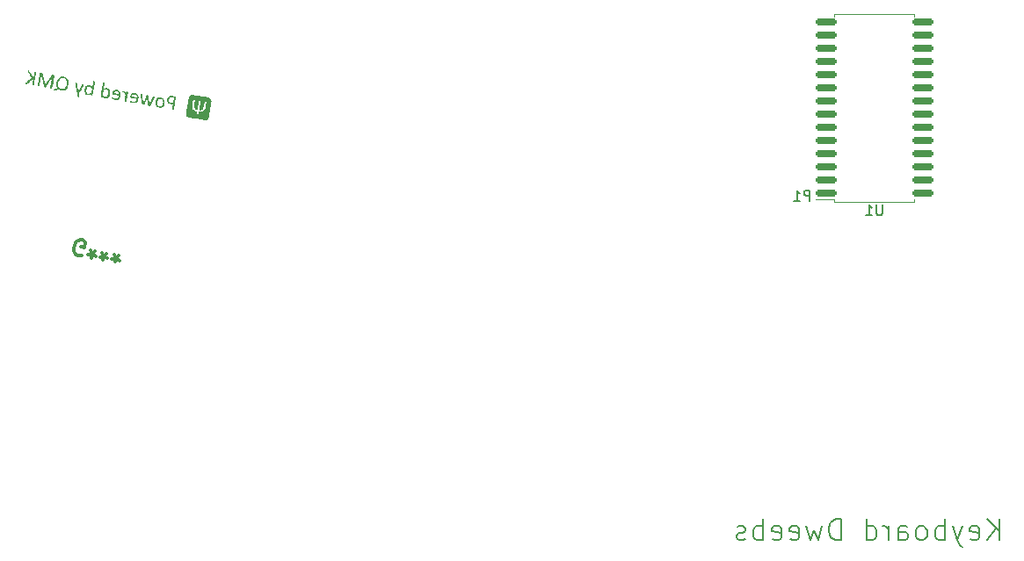
<source format=gbo>
G04 #@! TF.GenerationSoftware,KiCad,Pcbnew,(6.0.4)*
G04 #@! TF.CreationDate,2022-12-01T16:17:54-05:00*
G04 #@! TF.ProjectId,Ostrich,4f737472-6963-4682-9e6b-696361645f70,rev?*
G04 #@! TF.SameCoordinates,Original*
G04 #@! TF.FileFunction,Legend,Bot*
G04 #@! TF.FilePolarity,Positive*
%FSLAX46Y46*%
G04 Gerber Fmt 4.6, Leading zero omitted, Abs format (unit mm)*
G04 Created by KiCad (PCBNEW (6.0.4)) date 2022-12-01 16:17:54*
%MOMM*%
%LPD*%
G01*
G04 APERTURE LIST*
G04 Aperture macros list*
%AMRoundRect*
0 Rectangle with rounded corners*
0 $1 Rounding radius*
0 $2 $3 $4 $5 $6 $7 $8 $9 X,Y pos of 4 corners*
0 Add a 4 corners polygon primitive as box body*
4,1,4,$2,$3,$4,$5,$6,$7,$8,$9,$2,$3,0*
0 Add four circle primitives for the rounded corners*
1,1,$1+$1,$2,$3*
1,1,$1+$1,$4,$5*
1,1,$1+$1,$6,$7*
1,1,$1+$1,$8,$9*
0 Add four rect primitives between the rounded corners*
20,1,$1+$1,$2,$3,$4,$5,0*
20,1,$1+$1,$4,$5,$6,$7,0*
20,1,$1+$1,$6,$7,$8,$9,0*
20,1,$1+$1,$8,$9,$2,$3,0*%
%AMHorizOval*
0 Thick line with rounded ends*
0 $1 width*
0 $2 $3 position (X,Y) of the first rounded end (center of the circle)*
0 $4 $5 position (X,Y) of the second rounded end (center of the circle)*
0 Add line between two ends*
20,1,$1,$2,$3,$4,$5,0*
0 Add two circle primitives to create the rounded ends*
1,1,$1,$2,$3*
1,1,$1,$4,$5*%
%AMRotRect*
0 Rectangle, with rotation*
0 The origin of the aperture is its center*
0 $1 length*
0 $2 width*
0 $3 Rotation angle, in degrees counterclockwise*
0 Add horizontal line*
21,1,$1,$2,0,0,$3*%
G04 Aperture macros list end*
%ADD10C,0.150000*%
%ADD11C,0.300000*%
%ADD12C,0.120000*%
%ADD13C,1.900000*%
%ADD14C,2.100000*%
%ADD15C,4.000000*%
%ADD16HorizOval,2.000000X0.226577X-0.105655X-0.226577X0.105655X0*%
%ADD17HorizOval,2.000000X0.241481X0.064705X-0.241481X-0.064705X0*%
%ADD18HorizOval,2.000000X0.241481X-0.064705X-0.241481X0.064705X0*%
%ADD19HorizOval,2.000000X0.216506X-0.125000X-0.216506X0.125000X0*%
%ADD20HorizOval,2.000000X0.246202X0.043412X-0.246202X-0.043412X0*%
%ADD21HorizOval,1.500000X0.000000X0.000000X0.000000X0.000000X0*%
%ADD22HorizOval,1.800000X0.000000X0.000000X0.000000X0.000000X0*%
%ADD23HorizOval,1.700000X0.000000X0.000000X0.000000X0.000000X0*%
%ADD24RotRect,1.700000X1.700000X70.000000*%
%ADD25HorizOval,2.000000X0.246202X-0.043412X-0.246202X0.043412X0*%
%ADD26C,1.397000*%
%ADD27HorizOval,2.000000X0.216506X0.125000X-0.216506X-0.125000X0*%
%ADD28HorizOval,2.000000X0.226577X0.105655X-0.226577X-0.105655X0*%
%ADD29R,2.000000X2.000000*%
%ADD30C,2.000000*%
%ADD31R,3.000000X2.500000*%
%ADD32RoundRect,0.150000X-0.875000X-0.150000X0.875000X-0.150000X0.875000X0.150000X-0.875000X0.150000X0*%
G04 APERTURE END LIST*
D10*
X161717047Y-154828761D02*
X161717047Y-152828761D01*
X160574190Y-154828761D02*
X161431333Y-153685904D01*
X160574190Y-152828761D02*
X161717047Y-153971619D01*
X158955142Y-154733523D02*
X159145619Y-154828761D01*
X159526571Y-154828761D01*
X159717047Y-154733523D01*
X159812285Y-154543047D01*
X159812285Y-153781142D01*
X159717047Y-153590666D01*
X159526571Y-153495428D01*
X159145619Y-153495428D01*
X158955142Y-153590666D01*
X158859904Y-153781142D01*
X158859904Y-153971619D01*
X159812285Y-154162095D01*
X158193238Y-153495428D02*
X157717047Y-154828761D01*
X157240857Y-153495428D02*
X157717047Y-154828761D01*
X157907523Y-155304952D01*
X158002761Y-155400190D01*
X158193238Y-155495428D01*
X156478952Y-154828761D02*
X156478952Y-152828761D01*
X156478952Y-153590666D02*
X156288476Y-153495428D01*
X155907523Y-153495428D01*
X155717047Y-153590666D01*
X155621809Y-153685904D01*
X155526571Y-153876380D01*
X155526571Y-154447809D01*
X155621809Y-154638285D01*
X155717047Y-154733523D01*
X155907523Y-154828761D01*
X156288476Y-154828761D01*
X156478952Y-154733523D01*
X154383714Y-154828761D02*
X154574190Y-154733523D01*
X154669428Y-154638285D01*
X154764666Y-154447809D01*
X154764666Y-153876380D01*
X154669428Y-153685904D01*
X154574190Y-153590666D01*
X154383714Y-153495428D01*
X154098000Y-153495428D01*
X153907523Y-153590666D01*
X153812285Y-153685904D01*
X153717047Y-153876380D01*
X153717047Y-154447809D01*
X153812285Y-154638285D01*
X153907523Y-154733523D01*
X154098000Y-154828761D01*
X154383714Y-154828761D01*
X152002761Y-154828761D02*
X152002761Y-153781142D01*
X152098000Y-153590666D01*
X152288476Y-153495428D01*
X152669428Y-153495428D01*
X152859904Y-153590666D01*
X152002761Y-154733523D02*
X152193238Y-154828761D01*
X152669428Y-154828761D01*
X152859904Y-154733523D01*
X152955142Y-154543047D01*
X152955142Y-154352571D01*
X152859904Y-154162095D01*
X152669428Y-154066857D01*
X152193238Y-154066857D01*
X152002761Y-153971619D01*
X151050380Y-154828761D02*
X151050380Y-153495428D01*
X151050380Y-153876380D02*
X150955142Y-153685904D01*
X150859904Y-153590666D01*
X150669428Y-153495428D01*
X150478952Y-153495428D01*
X148955142Y-154828761D02*
X148955142Y-152828761D01*
X148955142Y-154733523D02*
X149145619Y-154828761D01*
X149526571Y-154828761D01*
X149717047Y-154733523D01*
X149812285Y-154638285D01*
X149907523Y-154447809D01*
X149907523Y-153876380D01*
X149812285Y-153685904D01*
X149717047Y-153590666D01*
X149526571Y-153495428D01*
X149145619Y-153495428D01*
X148955142Y-153590666D01*
X146478952Y-154828761D02*
X146478952Y-152828761D01*
X146002761Y-152828761D01*
X145717047Y-152924000D01*
X145526571Y-153114476D01*
X145431333Y-153304952D01*
X145336095Y-153685904D01*
X145336095Y-153971619D01*
X145431333Y-154352571D01*
X145526571Y-154543047D01*
X145717047Y-154733523D01*
X146002761Y-154828761D01*
X146478952Y-154828761D01*
X144669428Y-153495428D02*
X144288476Y-154828761D01*
X143907523Y-153876380D01*
X143526571Y-154828761D01*
X143145619Y-153495428D01*
X141621809Y-154733523D02*
X141812285Y-154828761D01*
X142193238Y-154828761D01*
X142383714Y-154733523D01*
X142478952Y-154543047D01*
X142478952Y-153781142D01*
X142383714Y-153590666D01*
X142193238Y-153495428D01*
X141812285Y-153495428D01*
X141621809Y-153590666D01*
X141526571Y-153781142D01*
X141526571Y-153971619D01*
X142478952Y-154162095D01*
X139907523Y-154733523D02*
X140098000Y-154828761D01*
X140478952Y-154828761D01*
X140669428Y-154733523D01*
X140764666Y-154543047D01*
X140764666Y-153781142D01*
X140669428Y-153590666D01*
X140478952Y-153495428D01*
X140098000Y-153495428D01*
X139907523Y-153590666D01*
X139812285Y-153781142D01*
X139812285Y-153971619D01*
X140764666Y-154162095D01*
X138955142Y-154828761D02*
X138955142Y-152828761D01*
X138955142Y-153590666D02*
X138764666Y-153495428D01*
X138383714Y-153495428D01*
X138193238Y-153590666D01*
X138098000Y-153685904D01*
X138002761Y-153876380D01*
X138002761Y-154447809D01*
X138098000Y-154638285D01*
X138193238Y-154733523D01*
X138383714Y-154828761D01*
X138764666Y-154828761D01*
X138955142Y-154733523D01*
X137240857Y-154733523D02*
X137050380Y-154828761D01*
X136669428Y-154828761D01*
X136478952Y-154733523D01*
X136383714Y-154543047D01*
X136383714Y-154447809D01*
X136478952Y-154257333D01*
X136669428Y-154162095D01*
X136955142Y-154162095D01*
X137145619Y-154066857D01*
X137240857Y-153876380D01*
X137240857Y-153781142D01*
X137145619Y-153590666D01*
X136955142Y-153495428D01*
X136669428Y-153495428D01*
X136478952Y-153590666D01*
X143486095Y-122118380D02*
X143486095Y-121118380D01*
X143105142Y-121118380D01*
X143009904Y-121166000D01*
X142962285Y-121213619D01*
X142914666Y-121308857D01*
X142914666Y-121451714D01*
X142962285Y-121546952D01*
X143009904Y-121594571D01*
X143105142Y-121642190D01*
X143486095Y-121642190D01*
X141962285Y-122118380D02*
X142533714Y-122118380D01*
X142248000Y-122118380D02*
X142248000Y-121118380D01*
X142343238Y-121261238D01*
X142438476Y-121356476D01*
X142533714Y-121404095D01*
D11*
X73361389Y-127373971D02*
X73205849Y-127420236D01*
X72991442Y-127382430D01*
X72789638Y-127273156D01*
X72671904Y-127105014D01*
X72625638Y-126949474D01*
X72604577Y-126650997D01*
X72642383Y-126436590D01*
X72764259Y-126163316D01*
X72860932Y-126032981D01*
X73029074Y-125915247D01*
X73256082Y-125881583D01*
X73399020Y-125906787D01*
X73600825Y-126016062D01*
X73659692Y-126100133D01*
X73571479Y-126600415D01*
X73285603Y-126550007D01*
X74277883Y-127609264D02*
X74340892Y-127251920D01*
X73958344Y-127331848D02*
X74340892Y-127251920D01*
X74673033Y-127457867D01*
X74176893Y-126928239D02*
X74340892Y-127251920D01*
X74605706Y-127003850D01*
X75421385Y-127810895D02*
X75484395Y-127453550D01*
X75101846Y-127533479D02*
X75484395Y-127453550D01*
X75816535Y-127659498D01*
X75320396Y-127129869D02*
X75484395Y-127453550D01*
X75749209Y-127205480D01*
X76564888Y-128012525D02*
X76627897Y-127655181D01*
X76245349Y-127735109D02*
X76627897Y-127655181D01*
X76960038Y-127861128D01*
X76463898Y-127331499D02*
X76627897Y-127655181D01*
X76892711Y-127407111D01*
D10*
X150458379Y-122509405D02*
X150458379Y-123318929D01*
X150410760Y-123414167D01*
X150363141Y-123461786D01*
X150267903Y-123509405D01*
X150077427Y-123509405D01*
X149982189Y-123461786D01*
X149934570Y-123414167D01*
X149886951Y-123318929D01*
X149886951Y-122509405D01*
X148886951Y-123509405D02*
X149458379Y-123509405D01*
X149172665Y-123509405D02*
X149172665Y-122509405D01*
X149267903Y-122652263D01*
X149363141Y-122747501D01*
X149458379Y-122795120D01*
G36*
X85729840Y-113229891D02*
G01*
X85704424Y-113374345D01*
X85678808Y-113517298D01*
X85653648Y-113655023D01*
X85629603Y-113783786D01*
X85607330Y-113899859D01*
X85587487Y-113999510D01*
X85570732Y-114079011D01*
X85557722Y-114134627D01*
X85549116Y-114162630D01*
X85506231Y-114231860D01*
X85435375Y-114295808D01*
X85342282Y-114337852D01*
X85249836Y-114365882D01*
X84437586Y-114222660D01*
X84359466Y-114208853D01*
X84172134Y-114175411D01*
X84013612Y-114146543D01*
X83882058Y-114121882D01*
X83775631Y-114101063D01*
X83692491Y-114083717D01*
X83630796Y-114069480D01*
X83588705Y-114057985D01*
X83564378Y-114048865D01*
X83510670Y-114010693D01*
X83455301Y-113947722D01*
X83413083Y-113874585D01*
X83392001Y-113802686D01*
X83392545Y-113776948D01*
X83398231Y-113721629D01*
X83408707Y-113642267D01*
X83423322Y-113542554D01*
X83441429Y-113426184D01*
X83462380Y-113296852D01*
X83485525Y-113158252D01*
X83508996Y-113021218D01*
X84007472Y-113021218D01*
X84008851Y-113084054D01*
X84017718Y-113137947D01*
X84034078Y-113187928D01*
X84057934Y-113239028D01*
X84099941Y-113302013D01*
X84174260Y-113376376D01*
X84263739Y-113438130D01*
X84359125Y-113479875D01*
X84447900Y-113507158D01*
X84432286Y-113641416D01*
X84416673Y-113775675D01*
X84498091Y-113794910D01*
X84524986Y-113801130D01*
X84558957Y-113805840D01*
X84581497Y-113798861D01*
X84597175Y-113775364D01*
X84610562Y-113730522D01*
X84626228Y-113659505D01*
X84651136Y-113543017D01*
X84743547Y-113547714D01*
X84847831Y-113544503D01*
X84966974Y-113516184D01*
X85070025Y-113461918D01*
X85154806Y-113382927D01*
X85219142Y-113280436D01*
X85219712Y-113279204D01*
X85236572Y-113229884D01*
X85255685Y-113150612D01*
X85277174Y-113040825D01*
X85301160Y-112899960D01*
X85351755Y-112586484D01*
X85179783Y-112556160D01*
X85112697Y-112890910D01*
X85109994Y-112904385D01*
X85085814Y-113022431D01*
X85065377Y-113113959D01*
X85046867Y-113183252D01*
X85028470Y-113234589D01*
X85008370Y-113272251D01*
X84984750Y-113300519D01*
X84955797Y-113323674D01*
X84919693Y-113345995D01*
X84867354Y-113368592D01*
X84785600Y-113385346D01*
X84707705Y-113383605D01*
X84672757Y-113377533D01*
X84820205Y-112492757D01*
X84648233Y-112462434D01*
X84484177Y-113344281D01*
X84433672Y-113335021D01*
X84411575Y-113329302D01*
X84347099Y-113298760D01*
X84285542Y-113253383D01*
X84240447Y-113202461D01*
X84235522Y-113194610D01*
X84215009Y-113156252D01*
X84201146Y-113115683D01*
X84193803Y-113068072D01*
X84192845Y-113008586D01*
X84198142Y-112932392D01*
X84209558Y-112834658D01*
X84226965Y-112710551D01*
X84273021Y-112396274D01*
X84116683Y-112368707D01*
X84057524Y-112679375D01*
X84048232Y-112728737D01*
X84027167Y-112848591D01*
X84013579Y-112944408D01*
X84007472Y-113021218D01*
X83508996Y-113021218D01*
X83510219Y-113014078D01*
X83535811Y-112868022D01*
X83561654Y-112723779D01*
X83587100Y-112585043D01*
X83611501Y-112455508D01*
X83634207Y-112338868D01*
X83654573Y-112238817D01*
X83671948Y-112159049D01*
X83685686Y-112103257D01*
X83695137Y-112075135D01*
X83727082Y-112026845D01*
X83799756Y-111957830D01*
X83887647Y-111913086D01*
X83959362Y-111889610D01*
X85663449Y-112190087D01*
X85726304Y-112241470D01*
X85770549Y-112285127D01*
X85822743Y-112371063D01*
X85847485Y-112470499D01*
X85846858Y-112490125D01*
X85841269Y-112540612D01*
X85830875Y-112615716D01*
X85816333Y-112711704D01*
X85798301Y-112824846D01*
X85777436Y-112951412D01*
X85754396Y-113087671D01*
X85748146Y-113123870D01*
X85729840Y-113229891D01*
G37*
G36*
X72813044Y-110722819D02*
G01*
X72855017Y-110735277D01*
X72880094Y-110754121D01*
X72884054Y-110767446D01*
X72892865Y-110809369D01*
X72904974Y-110874730D01*
X72919574Y-110958979D01*
X72935862Y-111057568D01*
X72953029Y-111165950D01*
X72967023Y-111253333D01*
X72983436Y-111348742D01*
X72998419Y-111428388D01*
X73011186Y-111488360D01*
X73020949Y-111524741D01*
X73026923Y-111533617D01*
X73033386Y-111522649D01*
X73054394Y-111486316D01*
X73087163Y-111429315D01*
X73129361Y-111355713D01*
X73178655Y-111269575D01*
X73232713Y-111174965D01*
X73425036Y-110838119D01*
X73494471Y-110845298D01*
X73512629Y-110847728D01*
X73554019Y-110857862D01*
X73576428Y-110870364D01*
X73575596Y-110880181D01*
X73560511Y-110916796D01*
X73529144Y-110978865D01*
X73481934Y-111065565D01*
X73419320Y-111176077D01*
X73341739Y-111309583D01*
X73315637Y-111353993D01*
X73255302Y-111456048D01*
X73200444Y-111548018D01*
X73153165Y-111626433D01*
X73115565Y-111687822D01*
X73089743Y-111728715D01*
X73077801Y-111745643D01*
X73074692Y-111752122D01*
X73073908Y-111786761D01*
X73081314Y-111845764D01*
X73096469Y-111924890D01*
X73106166Y-111970540D01*
X73119685Y-112039447D01*
X73126041Y-112085131D01*
X73125415Y-112112654D01*
X73117987Y-112127079D01*
X73103942Y-112133471D01*
X73073297Y-112132577D01*
X73029021Y-112120031D01*
X72987861Y-112100567D01*
X72964006Y-112079641D01*
X72961887Y-112072802D01*
X72954079Y-112037624D01*
X72941880Y-111976285D01*
X72925917Y-111892165D01*
X72906817Y-111788641D01*
X72885207Y-111669088D01*
X72861715Y-111536885D01*
X72836967Y-111395410D01*
X72816977Y-111279685D01*
X72791925Y-111132208D01*
X72772154Y-111011889D01*
X72757332Y-110916311D01*
X72747131Y-110843050D01*
X72741225Y-110789686D01*
X72739283Y-110753797D01*
X72740977Y-110732963D01*
X72745979Y-110724761D01*
X72768867Y-110719964D01*
X72813044Y-110722819D01*
G37*
G36*
X72064198Y-110922206D02*
G01*
X72026020Y-111079124D01*
X71970219Y-111213543D01*
X71897735Y-111321889D01*
X71808961Y-111403697D01*
X71704293Y-111458505D01*
X71584125Y-111485850D01*
X71564416Y-111487136D01*
X71492854Y-111484220D01*
X71409332Y-111472983D01*
X71324776Y-111455545D01*
X71250114Y-111434029D01*
X71196274Y-111410555D01*
X71183464Y-111402943D01*
X71142918Y-111379260D01*
X71115706Y-111363958D01*
X71101495Y-111362793D01*
X71064856Y-111373383D01*
X71019680Y-111395757D01*
X71014355Y-111398828D01*
X70959594Y-111426156D01*
X70889956Y-111455961D01*
X70819164Y-111482314D01*
X70810150Y-111485320D01*
X70743421Y-111504343D01*
X70688474Y-111514584D01*
X70654076Y-111514342D01*
X70654044Y-111514333D01*
X70629791Y-111503273D01*
X70621958Y-111482448D01*
X70626629Y-111441456D01*
X70635490Y-111404864D01*
X70653628Y-111379239D01*
X70688692Y-111363739D01*
X70741169Y-111346117D01*
X70806396Y-111321288D01*
X70869590Y-111294716D01*
X70923782Y-111269502D01*
X70962001Y-111248739D01*
X70977278Y-111235526D01*
X70977291Y-111235450D01*
X70972434Y-111210130D01*
X70956581Y-111173794D01*
X70944592Y-111148573D01*
X70917172Y-111053759D01*
X70904771Y-110940919D01*
X70904878Y-110933854D01*
X71078552Y-110933854D01*
X71095443Y-111050054D01*
X71134312Y-111149662D01*
X71193751Y-111229436D01*
X71272351Y-111286130D01*
X71278623Y-111289177D01*
X71348922Y-111314192D01*
X71430116Y-111331031D01*
X71509107Y-111337686D01*
X71572796Y-111332152D01*
X71618918Y-111317635D01*
X71705265Y-111266472D01*
X71777177Y-111187256D01*
X71834752Y-111079864D01*
X71878090Y-110944169D01*
X71899855Y-110826637D01*
X71905877Y-110690678D01*
X71888682Y-110571049D01*
X71849283Y-110469480D01*
X71788686Y-110387702D01*
X71707903Y-110327446D01*
X71607942Y-110290443D01*
X71489811Y-110278423D01*
X71444588Y-110281519D01*
X71348537Y-110309254D01*
X71265604Y-110364849D01*
X71196565Y-110447229D01*
X71142196Y-110555324D01*
X71103269Y-110688063D01*
X71080558Y-110844374D01*
X71078552Y-110933854D01*
X70904878Y-110933854D01*
X70906645Y-110817180D01*
X70922048Y-110689672D01*
X70950238Y-110565524D01*
X70990469Y-110451865D01*
X71041997Y-110355825D01*
X71109321Y-110274240D01*
X71205782Y-110200030D01*
X71316907Y-110151888D01*
X71439731Y-110130632D01*
X71571289Y-110137081D01*
X71708616Y-110172052D01*
X71792656Y-110208050D01*
X71900748Y-110279425D01*
X71983887Y-110370238D01*
X72041936Y-110480208D01*
X72074761Y-110609048D01*
X72082226Y-110756475D01*
X72071306Y-110856868D01*
X72064198Y-110922206D01*
G37*
G36*
X82402036Y-112201758D02*
G01*
X82393573Y-112262347D01*
X82381203Y-112342200D01*
X82364565Y-112444326D01*
X82343300Y-112571733D01*
X82317048Y-112727429D01*
X82212310Y-113347329D01*
X82174086Y-113355365D01*
X82146909Y-113360194D01*
X82111026Y-113359083D01*
X82070807Y-113343816D01*
X82062295Y-113339504D01*
X82052638Y-113330842D01*
X82047759Y-113315579D01*
X82047820Y-113288788D01*
X82052988Y-113245535D01*
X82063428Y-113180893D01*
X82079304Y-113089928D01*
X82121315Y-112851671D01*
X81983736Y-112816559D01*
X81853422Y-112776639D01*
X81750263Y-112729151D01*
X81672423Y-112672178D01*
X81616874Y-112603503D01*
X81580593Y-112520907D01*
X81568911Y-112458097D01*
X81568436Y-112384796D01*
X81741172Y-112384796D01*
X81748211Y-112466624D01*
X81775505Y-112542450D01*
X81822747Y-112603597D01*
X81840773Y-112618220D01*
X81880060Y-112640942D01*
X81933476Y-112660172D01*
X82009727Y-112679446D01*
X82146242Y-112710304D01*
X82241300Y-112171200D01*
X82091826Y-112151533D01*
X82022706Y-112143888D01*
X81954238Y-112142633D01*
X81901455Y-112152873D01*
X81855893Y-112176523D01*
X81809087Y-112215500D01*
X81789071Y-112237834D01*
X81754689Y-112305641D01*
X81741172Y-112384796D01*
X81568436Y-112384796D01*
X81568319Y-112366653D01*
X81582007Y-112273435D01*
X81608770Y-112192501D01*
X81618203Y-112174972D01*
X81667081Y-112114717D01*
X81733472Y-112060178D01*
X81806876Y-112018951D01*
X81876792Y-111998630D01*
X81880371Y-111998291D01*
X81924360Y-111998198D01*
X81990355Y-112002240D01*
X82070039Y-112009772D01*
X82155095Y-112020152D01*
X82156074Y-112020285D01*
X82245532Y-112033136D01*
X82308788Y-112044071D01*
X82351178Y-112054385D01*
X82378035Y-112065374D01*
X82394695Y-112078333D01*
X82398330Y-112082507D01*
X82404008Y-112091891D01*
X82407577Y-112105500D01*
X82408679Y-112126342D01*
X82406952Y-112157426D01*
X82402277Y-112199584D01*
X82402036Y-112201758D01*
G37*
G36*
X81321227Y-112770763D02*
G01*
X81301983Y-112854304D01*
X81280314Y-112924000D01*
X81257788Y-112970904D01*
X81252355Y-112978628D01*
X81174911Y-113061919D01*
X81081980Y-113117498D01*
X80973470Y-113145424D01*
X80968652Y-113145909D01*
X80915228Y-113144739D01*
X80845657Y-113135970D01*
X80771906Y-113121847D01*
X80705941Y-113104616D01*
X80659729Y-113086526D01*
X80575908Y-113025834D01*
X80506705Y-112938684D01*
X80460332Y-112829471D01*
X80458418Y-112822863D01*
X80444886Y-112771701D01*
X80438101Y-112729163D01*
X80437945Y-112685314D01*
X80441815Y-112651764D01*
X80609172Y-112651764D01*
X80609256Y-112763595D01*
X80632082Y-112855472D01*
X80677304Y-112926318D01*
X80744571Y-112975057D01*
X80772751Y-112987202D01*
X80865684Y-113008734D01*
X80953022Y-113001221D01*
X81030857Y-112965472D01*
X81095283Y-112902301D01*
X81123725Y-112854577D01*
X81157349Y-112766153D01*
X81178798Y-112667174D01*
X81185757Y-112569608D01*
X81175912Y-112485421D01*
X81148011Y-112410601D01*
X81104300Y-112355180D01*
X81040448Y-112317818D01*
X80951357Y-112294172D01*
X80934391Y-112291343D01*
X80854759Y-112285150D01*
X80793263Y-112297251D01*
X80741409Y-112330725D01*
X80690705Y-112388651D01*
X80673740Y-112413100D01*
X80650919Y-112456934D01*
X80633749Y-112510921D01*
X80618278Y-112585821D01*
X80609172Y-112651764D01*
X80441815Y-112651764D01*
X80444300Y-112630215D01*
X80457046Y-112553928D01*
X80457310Y-112552434D01*
X80471481Y-112476476D01*
X80484432Y-112422712D01*
X80499516Y-112382075D01*
X80520084Y-112345497D01*
X80549490Y-112303913D01*
X80585931Y-112259660D01*
X80664613Y-112193856D01*
X80755530Y-112155649D01*
X80863574Y-112142529D01*
X80948321Y-112148557D01*
X81047327Y-112171029D01*
X81136928Y-112206806D01*
X81206272Y-112252406D01*
X81262504Y-112316210D01*
X81311582Y-112397604D01*
X81343642Y-112480812D01*
X81348732Y-112526567D01*
X81346170Y-112597945D01*
X81336479Y-112682327D01*
X81334362Y-112694604D01*
X81321227Y-112770763D01*
G37*
G36*
X79112546Y-111836016D02*
G01*
X79178283Y-111852572D01*
X79220899Y-112250832D01*
X79230854Y-112341791D01*
X79242313Y-112441353D01*
X79252710Y-112526265D01*
X79261499Y-112592294D01*
X79268142Y-112635207D01*
X79272096Y-112650767D01*
X79278733Y-112641600D01*
X79297782Y-112607490D01*
X79327076Y-112551745D01*
X79364659Y-112478157D01*
X79408579Y-112390513D01*
X79456878Y-112292603D01*
X79633079Y-111932765D01*
X79692957Y-111938253D01*
X79701382Y-111939198D01*
X79743600Y-111949063D01*
X79769451Y-111963328D01*
X79773709Y-111976270D01*
X79781094Y-112017853D01*
X79789958Y-112083119D01*
X79799747Y-112167526D01*
X79809905Y-112266533D01*
X79819875Y-112375599D01*
X79827496Y-112461936D01*
X79836697Y-112560408D01*
X79845079Y-112643954D01*
X79852199Y-112708394D01*
X79857616Y-112749549D01*
X79860887Y-112763238D01*
X79867334Y-112752432D01*
X79886341Y-112716539D01*
X79915796Y-112659269D01*
X79953735Y-112584481D01*
X79998187Y-112496031D01*
X80047189Y-112397779D01*
X80226287Y-112037363D01*
X80295452Y-112044495D01*
X80313505Y-112046859D01*
X80354345Y-112056385D01*
X80375989Y-112067867D01*
X80376330Y-112069384D01*
X80369449Y-112092845D01*
X80349405Y-112140768D01*
X80317598Y-112210167D01*
X80275427Y-112298051D01*
X80224291Y-112401433D01*
X80165589Y-112517325D01*
X80141622Y-112564160D01*
X80088443Y-112668222D01*
X80040942Y-112761365D01*
X80000881Y-112840121D01*
X79970023Y-112901022D01*
X79950128Y-112940606D01*
X79942958Y-112955403D01*
X79934358Y-112958575D01*
X79905731Y-112960838D01*
X79877764Y-112961188D01*
X79831274Y-112959802D01*
X79795772Y-112952564D01*
X79769313Y-112935791D01*
X79749950Y-112905799D01*
X79735738Y-112858901D01*
X79724731Y-112791417D01*
X79714983Y-112699660D01*
X79704547Y-112579947D01*
X79701884Y-112548971D01*
X79692955Y-112451406D01*
X79684312Y-112365733D01*
X79676506Y-112296891D01*
X79670084Y-112249820D01*
X79665598Y-112229463D01*
X79661021Y-112223207D01*
X79653210Y-112221714D01*
X79651984Y-112224921D01*
X79639933Y-112251218D01*
X79616705Y-112300082D01*
X79584351Y-112367244D01*
X79544924Y-112448437D01*
X79500475Y-112539391D01*
X79482451Y-112576185D01*
X79439883Y-112663238D01*
X79403194Y-112738488D01*
X79374413Y-112797765D01*
X79355569Y-112836890D01*
X79348689Y-112851691D01*
X79345987Y-112852720D01*
X79321441Y-112854220D01*
X79279777Y-112853977D01*
X79274767Y-112853849D01*
X79238572Y-112852567D01*
X79209377Y-112848584D01*
X79185947Y-112838702D01*
X79167049Y-112819722D01*
X79151444Y-112788448D01*
X79137901Y-112741681D01*
X79125182Y-112676223D01*
X79112054Y-112588877D01*
X79097282Y-112476443D01*
X79079629Y-112335726D01*
X79074590Y-112294977D01*
X79060815Y-112178140D01*
X79049316Y-112072347D01*
X79040471Y-111981684D01*
X79034661Y-111910237D01*
X79032266Y-111862094D01*
X79033666Y-111841339D01*
X79038529Y-111835448D01*
X79064566Y-111828124D01*
X79112546Y-111836016D01*
G37*
G36*
X78809210Y-112203089D02*
G01*
X78795784Y-112284844D01*
X78794484Y-112292199D01*
X78780166Y-112368548D01*
X78767159Y-112422794D01*
X78752402Y-112463549D01*
X78732831Y-112499427D01*
X78705381Y-112539045D01*
X78649849Y-112602286D01*
X78563670Y-112662245D01*
X78461449Y-112695554D01*
X78452626Y-112696883D01*
X78390650Y-112697309D01*
X78311187Y-112688016D01*
X78224081Y-112671174D01*
X78139174Y-112648956D01*
X78066309Y-112623536D01*
X78015332Y-112597086D01*
X78013353Y-112595669D01*
X77978002Y-112566017D01*
X77963666Y-112537435D01*
X77963543Y-112496740D01*
X77964778Y-112485766D01*
X77972277Y-112452070D01*
X77981657Y-112439717D01*
X77999957Y-112447187D01*
X78038353Y-112465577D01*
X78087918Y-112490693D01*
X78171315Y-112526479D01*
X78264138Y-112552466D01*
X78351555Y-112564138D01*
X78423366Y-112559404D01*
X78444648Y-112553323D01*
X78514114Y-112513623D01*
X78571183Y-112449413D01*
X78610812Y-112365901D01*
X78637894Y-112281184D01*
X78328951Y-112226709D01*
X78279892Y-112218042D01*
X78174966Y-112198887D01*
X78096710Y-112182391D01*
X78041817Y-112166514D01*
X78006982Y-112149216D01*
X77988898Y-112128458D01*
X77984259Y-112102196D01*
X77989688Y-112068823D01*
X78164898Y-112068823D01*
X78649547Y-112154279D01*
X78656548Y-112114572D01*
X78657929Y-112082239D01*
X78645183Y-112017293D01*
X78617598Y-111951663D01*
X78580024Y-111899015D01*
X78534674Y-111863136D01*
X78463194Y-111834628D01*
X78387827Y-111829534D01*
X78314975Y-111846118D01*
X78251038Y-111882646D01*
X78202418Y-111937384D01*
X78175517Y-112008599D01*
X78164898Y-112068823D01*
X77989688Y-112068823D01*
X77989758Y-112068393D01*
X78002089Y-112025009D01*
X78014156Y-111987525D01*
X78062833Y-111877714D01*
X78123882Y-111795801D01*
X78198760Y-111740181D01*
X78288921Y-111709251D01*
X78341576Y-111703451D01*
X78436726Y-111708052D01*
X78532271Y-111727608D01*
X78612979Y-111759744D01*
X78657823Y-111791451D01*
X78719524Y-111857690D01*
X78770508Y-111938757D01*
X78803570Y-112024639D01*
X78810199Y-112053215D01*
X78816147Y-112096317D01*
X78815907Y-112143261D01*
X78811478Y-112182832D01*
X78809210Y-112203089D01*
G37*
G36*
X77444747Y-111530630D02*
G01*
X77514438Y-111575881D01*
X77576593Y-111651573D01*
X77600846Y-111688391D01*
X77623704Y-111720711D01*
X77635079Y-111733603D01*
X77638288Y-111729834D01*
X77647912Y-111703936D01*
X77659577Y-111661352D01*
X77677436Y-111587932D01*
X77802507Y-111609985D01*
X77725348Y-112071918D01*
X77710686Y-112159430D01*
X77691139Y-112274403D01*
X77675384Y-112363613D01*
X77662641Y-112430484D01*
X77652136Y-112478438D01*
X77643092Y-112510894D01*
X77634732Y-112531274D01*
X77626279Y-112543000D01*
X77616958Y-112549492D01*
X77597562Y-112554839D01*
X77554148Y-112551279D01*
X77512626Y-112534584D01*
X77487803Y-112509356D01*
X77487629Y-112508842D01*
X77487858Y-112485280D01*
X77493105Y-112436051D01*
X77502657Y-112366375D01*
X77515802Y-112281473D01*
X77531829Y-112186561D01*
X77584713Y-111885236D01*
X77515679Y-111783216D01*
X77446644Y-111681196D01*
X77354212Y-111670458D01*
X77261781Y-111659720D01*
X77265945Y-111607011D01*
X77266008Y-111606226D01*
X77279530Y-111554197D01*
X77312223Y-111525403D01*
X77368268Y-111516127D01*
X77444747Y-111530630D01*
G37*
G36*
X77095458Y-111886324D02*
G01*
X77074116Y-112013507D01*
X77064613Y-112052432D01*
X77024309Y-112171282D01*
X76971920Y-112262734D01*
X76905327Y-112329080D01*
X76822416Y-112372608D01*
X76721070Y-112395611D01*
X76704757Y-112396718D01*
X76641972Y-112393185D01*
X76563991Y-112381419D01*
X76481581Y-112363630D01*
X76405504Y-112342023D01*
X76346527Y-112318806D01*
X76327324Y-112309119D01*
X76276391Y-112279972D01*
X76248550Y-112254182D01*
X76238735Y-112225377D01*
X76241880Y-112187185D01*
X76247250Y-112162498D01*
X76257967Y-112144209D01*
X76278203Y-112142298D01*
X76313836Y-112156788D01*
X76370748Y-112187703D01*
X76390766Y-112198175D01*
X76466645Y-112228310D01*
X76549787Y-112250278D01*
X76628614Y-112261491D01*
X76691551Y-112259363D01*
X76756667Y-112236012D01*
X76824710Y-112183619D01*
X76876592Y-112109393D01*
X76886947Y-112088976D01*
X76905831Y-112051167D01*
X76915990Y-112022796D01*
X76914225Y-112001603D01*
X76897341Y-111985326D01*
X76862140Y-111971707D01*
X76805429Y-111958485D01*
X76724007Y-111943399D01*
X76614681Y-111924189D01*
X76602585Y-111922036D01*
X76507462Y-111904309D01*
X76423118Y-111887247D01*
X76354688Y-111871989D01*
X76307307Y-111859671D01*
X76286111Y-111851431D01*
X76279956Y-111842734D01*
X76275395Y-111806982D01*
X76281266Y-111765590D01*
X76445178Y-111765590D01*
X76944679Y-111853665D01*
X76943979Y-111801152D01*
X76932686Y-111718569D01*
X76896608Y-111637635D01*
X76839254Y-111575533D01*
X76764202Y-111535969D01*
X76675029Y-111522649D01*
X76673280Y-111522677D01*
X76598023Y-111539009D01*
X76531780Y-111580875D01*
X76481397Y-111642257D01*
X76453720Y-111717142D01*
X76445178Y-111765590D01*
X76281266Y-111765590D01*
X76284031Y-111746096D01*
X76312659Y-111642171D01*
X76353799Y-111559530D01*
X76411631Y-111490259D01*
X76447097Y-111461229D01*
X76530612Y-111420448D01*
X76625267Y-111402122D01*
X76724769Y-111405093D01*
X76822825Y-111428206D01*
X76913141Y-111470302D01*
X76989425Y-111530223D01*
X77045383Y-111606813D01*
X77076075Y-111679451D01*
X77096265Y-111777166D01*
X77095502Y-111880259D01*
X77095458Y-111886324D01*
G37*
G36*
X76047521Y-111844489D02*
G01*
X76017546Y-111955104D01*
X75976507Y-112046375D01*
X75924245Y-112116030D01*
X75854735Y-112175732D01*
X75780615Y-112211680D01*
X75732858Y-112220619D01*
X75644830Y-112219556D01*
X75556155Y-112201146D01*
X75481263Y-112167515D01*
X75462750Y-112154045D01*
X75417680Y-112113096D01*
X75376204Y-112066515D01*
X75323923Y-111999367D01*
X75311496Y-112069844D01*
X75309269Y-112082058D01*
X75299097Y-112120334D01*
X75283822Y-112137811D01*
X75256867Y-112143338D01*
X75224002Y-112141926D01*
X75186401Y-112131575D01*
X75185900Y-112131308D01*
X75179430Y-112126595D01*
X75174848Y-112118415D01*
X75172519Y-112103991D01*
X75172814Y-112080542D01*
X75176098Y-112045289D01*
X75182741Y-111995453D01*
X75193109Y-111928256D01*
X75204651Y-111858548D01*
X75364873Y-111858548D01*
X75419847Y-111935314D01*
X75444311Y-111966505D01*
X75488608Y-112013581D01*
X75528680Y-112046520D01*
X75546457Y-112057532D01*
X75595958Y-112080861D01*
X75641524Y-112085267D01*
X75697808Y-112073050D01*
X75755485Y-112042546D01*
X75810215Y-111984086D01*
X75818219Y-111973094D01*
X75842691Y-111934339D01*
X75860371Y-111893069D01*
X75874737Y-111839610D01*
X75889271Y-111764288D01*
X75891504Y-111751493D01*
X75902592Y-111678407D01*
X75906223Y-111624488D01*
X75902497Y-111579549D01*
X75891513Y-111533399D01*
X75868019Y-111472829D01*
X75821028Y-111408962D01*
X75759675Y-111372690D01*
X75685357Y-111364375D01*
X75599470Y-111384378D01*
X75503415Y-111433059D01*
X75432001Y-111477851D01*
X75364873Y-111858548D01*
X75204651Y-111858548D01*
X75207571Y-111840916D01*
X75226494Y-111730656D01*
X75250245Y-111594696D01*
X75279194Y-111430256D01*
X75400249Y-110743719D01*
X75441064Y-110740801D01*
X75472758Y-110742370D01*
X75519233Y-110754585D01*
X75556587Y-110771286D01*
X75459779Y-111320311D01*
X75533341Y-111276873D01*
X75603269Y-111245089D01*
X75699417Y-111228017D01*
X75794017Y-111237938D01*
X75881952Y-111272632D01*
X75958108Y-111329880D01*
X76017370Y-111407460D01*
X76054621Y-111503151D01*
X76055305Y-111506101D01*
X76067976Y-111609034D01*
X76064856Y-111725481D01*
X76054947Y-111793501D01*
X76047521Y-111844489D01*
G37*
G36*
X74410630Y-111770527D02*
G01*
X74397032Y-111842141D01*
X74385939Y-111895392D01*
X74376781Y-111932990D01*
X74368983Y-111957648D01*
X74361974Y-111972078D01*
X74355179Y-111978990D01*
X74348029Y-111981098D01*
X74332073Y-111982326D01*
X74311142Y-111983647D01*
X74298912Y-111980416D01*
X74269529Y-111968240D01*
X74252162Y-111956956D01*
X74242795Y-111933403D01*
X74246952Y-111890585D01*
X74257888Y-111828559D01*
X74191138Y-111864294D01*
X74140380Y-111889680D01*
X74067132Y-111916243D01*
X73999002Y-111924682D01*
X73924685Y-111917241D01*
X73882441Y-111907507D01*
X73786312Y-111865127D01*
X73710761Y-111798928D01*
X73656795Y-111709981D01*
X73625424Y-111599359D01*
X73620839Y-111543551D01*
X73622122Y-111515037D01*
X73791224Y-111515037D01*
X73799129Y-111606129D01*
X73821836Y-111681251D01*
X73858198Y-111733798D01*
X73865485Y-111740185D01*
X73935031Y-111779477D01*
X74013739Y-111789230D01*
X74099592Y-111769523D01*
X74190579Y-111720438D01*
X74270506Y-111665582D01*
X74334370Y-111303390D01*
X74279228Y-111227584D01*
X74222972Y-111159138D01*
X74154025Y-111101285D01*
X74086038Y-111074415D01*
X74017984Y-111078170D01*
X73948840Y-111112193D01*
X73933406Y-111123544D01*
X73885637Y-111169631D01*
X73849913Y-111227285D01*
X73822840Y-111303215D01*
X73801017Y-111404132D01*
X73799267Y-111414583D01*
X73791224Y-111515037D01*
X73622122Y-111515037D01*
X73624989Y-111451308D01*
X73639456Y-111350419D01*
X73662248Y-111250961D01*
X73691373Y-111163010D01*
X73724836Y-111096646D01*
X73758547Y-111052707D01*
X73836773Y-110984757D01*
X73925382Y-110943896D01*
X74019743Y-110930441D01*
X74115231Y-110944710D01*
X74207216Y-110987022D01*
X74291071Y-111057696D01*
X74315796Y-111083966D01*
X74343897Y-111112059D01*
X74357799Y-111123490D01*
X74362207Y-111111961D01*
X74371683Y-111073849D01*
X74384915Y-111013871D01*
X74400822Y-110936954D01*
X74418320Y-110848033D01*
X74471520Y-110571285D01*
X74612225Y-110596095D01*
X74494520Y-111287432D01*
X74472188Y-111418390D01*
X74447635Y-111561363D01*
X74427307Y-111677839D01*
X74424623Y-111692757D01*
X74410630Y-111770527D01*
G37*
G36*
X69432723Y-109773659D02*
G01*
X69491755Y-109788577D01*
X69543781Y-109809709D01*
X69576430Y-109833666D01*
X69582398Y-109847304D01*
X69595512Y-109890048D01*
X69613524Y-109957187D01*
X69635480Y-110044879D01*
X69660426Y-110149284D01*
X69687404Y-110266558D01*
X69715460Y-110392862D01*
X69737007Y-110490936D01*
X69763070Y-110607821D01*
X69786626Y-110711524D01*
X69806840Y-110798474D01*
X69822882Y-110865099D01*
X69833916Y-110907828D01*
X69839110Y-110923086D01*
X69845158Y-110915870D01*
X69866212Y-110884790D01*
X69900315Y-110832040D01*
X69945498Y-110760736D01*
X69999794Y-110673988D01*
X70061231Y-110574909D01*
X70127843Y-110466613D01*
X70175970Y-110388581D01*
X70241372Y-110284225D01*
X70301407Y-110190343D01*
X70353872Y-110110283D01*
X70396567Y-110047388D01*
X70427291Y-110005003D01*
X70443841Y-109986476D01*
X70474311Y-109977078D01*
X70525024Y-109975115D01*
X70583507Y-109980837D01*
X70639887Y-109992668D01*
X70684291Y-110009037D01*
X70706847Y-110028372D01*
X70706858Y-110048378D01*
X70701582Y-110097275D01*
X70691298Y-110172033D01*
X70676422Y-110269911D01*
X70657371Y-110388166D01*
X70634564Y-110524057D01*
X70608418Y-110674840D01*
X70499271Y-111295239D01*
X70462901Y-111295812D01*
X70438697Y-111296207D01*
X70415447Y-111296626D01*
X70398429Y-111291056D01*
X70367133Y-111274658D01*
X70329902Y-111252448D01*
X70425078Y-110688674D01*
X70520256Y-110124899D01*
X70202992Y-110650551D01*
X70172026Y-110701821D01*
X70095676Y-110827761D01*
X70033210Y-110929781D01*
X69982941Y-111010389D01*
X69943179Y-111072089D01*
X69912233Y-111117386D01*
X69888415Y-111148787D01*
X69870037Y-111168797D01*
X69855406Y-111179920D01*
X69842835Y-111184663D01*
X69812941Y-111186323D01*
X69763198Y-111172960D01*
X69761266Y-111171814D01*
X69751144Y-111162272D01*
X69740906Y-111144908D01*
X69729784Y-111116807D01*
X69717009Y-111075057D01*
X69701814Y-111016744D01*
X69683431Y-110938957D01*
X69661091Y-110838782D01*
X69634026Y-110713306D01*
X69601469Y-110559616D01*
X69597082Y-110538821D01*
X69568960Y-110406776D01*
X69542532Y-110284755D01*
X69518589Y-110176270D01*
X69497922Y-110084830D01*
X69481324Y-110013948D01*
X69469587Y-109967134D01*
X69463503Y-109947898D01*
X69462437Y-109947308D01*
X69455004Y-109963184D01*
X69443084Y-110009357D01*
X69426635Y-110086047D01*
X69405610Y-110193475D01*
X69379964Y-110331861D01*
X69349651Y-110501425D01*
X69248780Y-111073492D01*
X69207966Y-111076409D01*
X69176272Y-111074841D01*
X69129797Y-111062626D01*
X69092442Y-111045925D01*
X69203691Y-110415000D01*
X69230599Y-110262548D01*
X69253588Y-110133206D01*
X69272380Y-110029429D01*
X69287643Y-109948322D01*
X69300041Y-109886990D01*
X69310243Y-109842534D01*
X69318914Y-109812059D01*
X69326719Y-109792670D01*
X69334327Y-109781469D01*
X69342402Y-109775562D01*
X69351612Y-109772050D01*
X69379052Y-109768344D01*
X69432723Y-109773659D01*
G37*
G36*
X68232932Y-109567973D02*
G01*
X68310888Y-109581719D01*
X68491488Y-109911783D01*
X68524492Y-109971820D01*
X68573237Y-110059415D01*
X68615985Y-110134940D01*
X68650459Y-110194433D01*
X68674381Y-110233927D01*
X68685475Y-110249458D01*
X68691947Y-110239236D01*
X68703329Y-110201726D01*
X68718282Y-110140602D01*
X68735835Y-110059862D01*
X68755016Y-109963502D01*
X68811170Y-109669932D01*
X68951874Y-109694742D01*
X68842451Y-110339178D01*
X68831258Y-110405049D01*
X68806032Y-110552774D01*
X68785190Y-110673089D01*
X68768131Y-110768803D01*
X68754256Y-110842726D01*
X68742963Y-110897665D01*
X68733653Y-110936432D01*
X68725725Y-110961833D01*
X68718578Y-110976679D01*
X68711613Y-110983779D01*
X68704229Y-110985941D01*
X68683681Y-110987227D01*
X68647217Y-110984411D01*
X68610085Y-110970327D01*
X68600117Y-110965134D01*
X68592186Y-110956978D01*
X68588035Y-110942398D01*
X68587952Y-110917252D01*
X68592230Y-110877400D01*
X68601161Y-110818703D01*
X68615033Y-110737019D01*
X68634139Y-110628211D01*
X68639564Y-110597130D01*
X68655296Y-110502841D01*
X68667818Y-110421335D01*
X68676491Y-110357222D01*
X68680675Y-110315111D01*
X68679731Y-110299613D01*
X68667705Y-110307786D01*
X68635495Y-110335262D01*
X68586467Y-110379308D01*
X68523780Y-110437049D01*
X68450587Y-110505605D01*
X68370047Y-110582097D01*
X68311503Y-110637929D01*
X68231583Y-110713350D01*
X68169442Y-110770456D01*
X68122062Y-110811703D01*
X68086421Y-110839550D01*
X68059505Y-110856455D01*
X68038292Y-110864875D01*
X68019764Y-110867268D01*
X67972578Y-110861104D01*
X67927392Y-110844102D01*
X67923108Y-110841543D01*
X67899858Y-110824900D01*
X67900109Y-110809240D01*
X67923002Y-110782521D01*
X67928953Y-110776402D01*
X67958751Y-110747211D01*
X68006326Y-110701592D01*
X68067743Y-110643286D01*
X68139065Y-110576034D01*
X68216360Y-110503579D01*
X68250412Y-110471676D01*
X68323034Y-110403107D01*
X68386445Y-110342516D01*
X68437127Y-110293306D01*
X68471562Y-110258879D01*
X68486232Y-110242634D01*
X68486627Y-110239058D01*
X68477545Y-110211442D01*
X68454380Y-110161337D01*
X68418909Y-110092255D01*
X68372915Y-110007710D01*
X68318177Y-109911211D01*
X68291514Y-109864637D01*
X68243089Y-109777724D01*
X68202225Y-109701290D01*
X68171080Y-109639540D01*
X68151815Y-109596685D01*
X68146589Y-109576929D01*
X68153869Y-109567620D01*
X68181325Y-109562007D01*
X68232932Y-109567973D01*
G37*
D12*
X145836475Y-122217025D02*
X145836475Y-121972025D01*
X153556475Y-122217025D02*
X153556475Y-121972025D01*
X153556475Y-104097025D02*
X153556475Y-104342025D01*
X149696475Y-104097025D02*
X153556475Y-104097025D01*
X149696475Y-104097025D02*
X145836475Y-104097025D01*
X149696475Y-122217025D02*
X153556475Y-122217025D01*
X149696475Y-122217025D02*
X145836475Y-122217025D01*
X145836475Y-104097025D02*
X145836475Y-104342025D01*
X145836475Y-121972025D02*
X144021475Y-121972025D01*
%LPC*%
D13*
X111609167Y-134533500D03*
D14*
X102020430Y-130062199D03*
D15*
X107005123Y-132386599D03*
D13*
X102401079Y-130239698D03*
D14*
X111989816Y-134710999D03*
D16*
X100734742Y-133765846D03*
X104625541Y-128474402D03*
X104511675Y-137733815D03*
X111454046Y-128856006D03*
D14*
X193968859Y-103602614D03*
D13*
X193563170Y-103711318D03*
D14*
X183343675Y-106449624D03*
D15*
X188656267Y-105026119D03*
D13*
X183749364Y-106340920D03*
D17*
X184739440Y-110113207D03*
X184318689Y-103558768D03*
X189794918Y-99461815D03*
X190183299Y-110725081D03*
D15*
X73294396Y-96268941D03*
D13*
X68387493Y-94954140D03*
D14*
X67981804Y-94845436D03*
D13*
X78201299Y-97583742D03*
D14*
X78606988Y-97692446D03*
D18*
X70271619Y-92829389D03*
X67358780Y-98716075D03*
X77062648Y-92019438D03*
X71767364Y-101967903D03*
D14*
X122206471Y-140508230D03*
D13*
X131369020Y-145798230D03*
X122570202Y-140718230D03*
D14*
X131732751Y-146008230D03*
D15*
X126969611Y-143258230D03*
D19*
X120602881Y-144085729D03*
X124940054Y-139153525D03*
X124019611Y-148367780D03*
X131709316Y-140128821D03*
D15*
X183725764Y-86625232D03*
D13*
X188632667Y-85310431D03*
D14*
X178413172Y-88048737D03*
X189038356Y-85201727D03*
D13*
X178818861Y-87940033D03*
D17*
X179808937Y-91712320D03*
X179388186Y-85157881D03*
X185252796Y-92324194D03*
X184864415Y-81060928D03*
D13*
X252189480Y-99880965D03*
D15*
X247186657Y-100763098D03*
D14*
X252603100Y-99808033D03*
X241770214Y-101718163D03*
D13*
X242183834Y-101645231D03*
D20*
X242841365Y-105489454D03*
X242993473Y-98923286D03*
X248211181Y-106573464D03*
X248805936Y-95319208D03*
D13*
X83131801Y-79182855D03*
D14*
X83537490Y-79291559D03*
D13*
X73317995Y-76553253D03*
D14*
X72912306Y-76444549D03*
D15*
X78224898Y-77868054D03*
D18*
X75202121Y-74428502D03*
X72289282Y-80315188D03*
X76697866Y-83567016D03*
X81993150Y-73618551D03*
D13*
X196167908Y-79084007D03*
D14*
X206387403Y-76345701D03*
D13*
X205981714Y-76454405D03*
D15*
X201074811Y-77769206D03*
D14*
X195762219Y-79192711D03*
D17*
X196737233Y-76301855D03*
X197157984Y-82856294D03*
X202213462Y-72204902D03*
X202601843Y-83468168D03*
D13*
X120262276Y-87817135D03*
X110448470Y-85187533D03*
D14*
X110042781Y-85078829D03*
D15*
X115355373Y-86502334D03*
D14*
X120667965Y-87925839D03*
D18*
X109419757Y-88949468D03*
X112332596Y-83062782D03*
X119123625Y-82252831D03*
X113828341Y-92201296D03*
D14*
X127457567Y-93689509D03*
X138082751Y-96536519D03*
D13*
X127863256Y-93798213D03*
X137677062Y-96427815D03*
D15*
X132770159Y-95113014D03*
D18*
X129747382Y-91673462D03*
X126834543Y-97560148D03*
X131243127Y-100811976D03*
X136538411Y-90863511D03*
D21*
X116461722Y-41715617D03*
X118120520Y-37158108D03*
D22*
X113511847Y-40961204D03*
X115375857Y-35839879D03*
D23*
X111281133Y-46709946D03*
X113667952Y-47578678D03*
D24*
X116054771Y-48447409D03*
D23*
X118441591Y-49316140D03*
X120828410Y-50184871D03*
X123215229Y-51053602D03*
X125602049Y-51922333D03*
D24*
X127988868Y-52791064D03*
D23*
X130375687Y-53659796D03*
X132762506Y-54528527D03*
X135149326Y-55397258D03*
X137536145Y-56265989D03*
D24*
X139922964Y-57134720D03*
D23*
X142309783Y-58003451D03*
X144696603Y-58872183D03*
X147083422Y-59740914D03*
X149470241Y-60609645D03*
D24*
X151857060Y-61478376D03*
D23*
X154243880Y-62347107D03*
X156630699Y-63215838D03*
X162711817Y-46508104D03*
X160324998Y-45639372D03*
D24*
X157938179Y-44770641D03*
D23*
X155551359Y-43901910D03*
X153164540Y-43033179D03*
X150777721Y-42164448D03*
X148390901Y-41295717D03*
D24*
X146004082Y-40426986D03*
D23*
X143617263Y-39558254D03*
X141230444Y-38689523D03*
X138843624Y-37820792D03*
X136456805Y-36952061D03*
D24*
X134069986Y-36083330D03*
D23*
X131683167Y-35214599D03*
X129296347Y-34345867D03*
X126909528Y-33477136D03*
X124522709Y-32608405D03*
D24*
X122135890Y-31739674D03*
D23*
X119749070Y-30870943D03*
X117362251Y-30002212D03*
X158586397Y-57170126D03*
D24*
X159455129Y-54783306D03*
D23*
X160323860Y-52396487D03*
D13*
X201098411Y-97484894D03*
X210912217Y-94855292D03*
D14*
X211317906Y-94746588D03*
D15*
X206005314Y-96170093D03*
D14*
X200692722Y-97593598D03*
D17*
X202088487Y-101257181D03*
X201667736Y-94702742D03*
X207143965Y-90605789D03*
X207532346Y-101869055D03*
D14*
X46478037Y-99685135D03*
D13*
X56897303Y-101522333D03*
D14*
X57310923Y-101595265D03*
D13*
X46891657Y-99758067D03*
D15*
X51894480Y-100640200D03*
D25*
X48583429Y-97477189D03*
X46194733Y-103595345D03*
X55278024Y-96078443D03*
X50869956Y-106450566D03*
D13*
X78248498Y-58152366D03*
D14*
X88467993Y-60890672D03*
X77842809Y-58043662D03*
D15*
X83155401Y-59467167D03*
D13*
X88062304Y-60781968D03*
D18*
X77219785Y-61914301D03*
X80132624Y-56027615D03*
X81628369Y-65166129D03*
X86923653Y-55217664D03*
D13*
X183702164Y-66909544D03*
X173888358Y-69539146D03*
D14*
X184107853Y-66800840D03*
X173482669Y-69647850D03*
D15*
X178795261Y-68224345D03*
D17*
X174457683Y-66756994D03*
X174878434Y-73311433D03*
X180322293Y-73923307D03*
X179933912Y-62660041D03*
D15*
X225786741Y-96391839D03*
D13*
X220879838Y-97706640D03*
D14*
X220474149Y-97815344D03*
D13*
X230693644Y-95077038D03*
D14*
X231099333Y-94968334D03*
D17*
X221449163Y-94924488D03*
X221869914Y-101478927D03*
X226925392Y-90827535D03*
X227313773Y-102090801D03*
D14*
X160998386Y-96659417D03*
D13*
X171217881Y-93921111D03*
D15*
X166310978Y-95235912D03*
D14*
X171623570Y-93812407D03*
D13*
X161404075Y-96550713D03*
D17*
X161973400Y-93768561D03*
X162394151Y-100323000D03*
X167449629Y-89671608D03*
X167838010Y-100934874D03*
D15*
X110424870Y-104903221D03*
D14*
X105112278Y-103479716D03*
D13*
X105517967Y-103588420D03*
X115331773Y-106218022D03*
D14*
X115737462Y-106326726D03*
D18*
X104489254Y-107350355D03*
X107402093Y-101463669D03*
X114193122Y-100653718D03*
X108897838Y-110602183D03*
D13*
X125192778Y-69416248D03*
D15*
X120285875Y-68101447D03*
D14*
X125598467Y-69524952D03*
D13*
X115378972Y-66786646D03*
D14*
X114973283Y-66677942D03*
D18*
X114350259Y-70548581D03*
X117263098Y-64661895D03*
X124054127Y-63851944D03*
X118758843Y-73800409D03*
D14*
X63926918Y-64074090D03*
X53094032Y-62163960D03*
D13*
X53507652Y-62236892D03*
X63513298Y-64001158D03*
D15*
X58510475Y-63119025D03*
D25*
X52810728Y-66074170D03*
X55199424Y-59956014D03*
X57485951Y-68929391D03*
X61894019Y-58557268D03*
D13*
X97982726Y-97361996D03*
X88168920Y-94732394D03*
D14*
X87763231Y-94623690D03*
D15*
X93075823Y-96047195D03*
D14*
X98388415Y-97470700D03*
D18*
X90053046Y-92607643D03*
X87140207Y-98494329D03*
X96844075Y-91797692D03*
X91548791Y-101746157D03*
D14*
X156067883Y-78258530D03*
D15*
X161380475Y-76835025D03*
D14*
X166693067Y-75411520D03*
D13*
X166287378Y-75520224D03*
X156473572Y-78149826D03*
D17*
X157042897Y-75367674D03*
X157463648Y-81922113D03*
X162907507Y-82533987D03*
X162519126Y-71270721D03*
D26*
X145632475Y-131699024D03*
X148172475Y-131699024D03*
X150712475Y-131699024D03*
X153252475Y-131699024D03*
D15*
X137700662Y-76712127D03*
D14*
X143013254Y-78135632D03*
D13*
X142607565Y-78026928D03*
D14*
X132388070Y-75288622D03*
D13*
X132793759Y-75397326D03*
D18*
X134677885Y-73272575D03*
X131765046Y-79159261D03*
X141468914Y-72462624D03*
X136173630Y-82411089D03*
D13*
X102913229Y-78961109D03*
X93099423Y-76331507D03*
D14*
X92693734Y-76222803D03*
X103318918Y-79069813D03*
D15*
X98006326Y-77646308D03*
D18*
X94983549Y-74206756D03*
X92070710Y-80093442D03*
X101774578Y-73396805D03*
X96479294Y-83345270D03*
D13*
X215949336Y-79305753D03*
D14*
X226168831Y-76567447D03*
X215543647Y-79414457D03*
D15*
X220856239Y-77990952D03*
D13*
X225763142Y-76676151D03*
D17*
X216518661Y-76523601D03*
X216939412Y-83078040D03*
X221994890Y-72426648D03*
X222383271Y-83689914D03*
D14*
X176554073Y-112213294D03*
D15*
X171241481Y-113636799D03*
D14*
X165928889Y-115060304D03*
D13*
X166334578Y-114951600D03*
X176148384Y-112321998D03*
D17*
X167324654Y-118723887D03*
X166903903Y-112169448D03*
X172380132Y-108072495D03*
X172768513Y-119335761D03*
D13*
X176510935Y-140841128D03*
D15*
X172111526Y-143381128D03*
D13*
X167712117Y-145921128D03*
D14*
X167348386Y-146131128D03*
X176874666Y-140631128D03*
D27*
X169644796Y-149308627D03*
X167541969Y-143086423D03*
X175061526Y-148490678D03*
X171771231Y-137711719D03*
D14*
X187091321Y-134833897D03*
D13*
X196680058Y-130362596D03*
D15*
X192076014Y-132509497D03*
D14*
X197060707Y-130185097D03*
D13*
X187471970Y-134656398D03*
D28*
X189102056Y-138199451D03*
X187549531Y-131817651D03*
X194569462Y-137856713D03*
X192231135Y-126832003D03*
D14*
X221238328Y-58166559D03*
D13*
X220832639Y-58275263D03*
X211018833Y-60904865D03*
D14*
X210613144Y-61013569D03*
D15*
X215925736Y-59590064D03*
D17*
X212008909Y-64677152D03*
X211588158Y-58122713D03*
X217064387Y-54025760D03*
X217452768Y-65289026D03*
D29*
X143194475Y-141421025D03*
D30*
X143194475Y-146421025D03*
X143194475Y-143921025D03*
D31*
X150694475Y-149521025D03*
X150694475Y-138321025D03*
D13*
X132746559Y-114828702D03*
X122932753Y-112199100D03*
D14*
X122527064Y-112090396D03*
D15*
X127839656Y-113513901D03*
D14*
X133152248Y-114937406D03*
D18*
X124816879Y-110074349D03*
X121904040Y-115961035D03*
X126312624Y-119212863D03*
X131607908Y-109264398D03*
D13*
X50199655Y-80997480D03*
D14*
X49786035Y-80924548D03*
X60618921Y-82834678D03*
D15*
X55202478Y-81879613D03*
D13*
X60205301Y-82761746D03*
D25*
X49502731Y-84834758D03*
X51891427Y-78716602D03*
X58586022Y-77317856D03*
X54177954Y-87689979D03*
D13*
X191237405Y-60683120D03*
D14*
X201456900Y-57944814D03*
D15*
X196144308Y-59368319D03*
D14*
X190831716Y-60791824D03*
D13*
X201051211Y-58053518D03*
D17*
X192227481Y-64455407D03*
X191806730Y-57900968D03*
X197282959Y-53804015D03*
X197671340Y-65067281D03*
D14*
X238462216Y-82957576D03*
D13*
X238875836Y-82884644D03*
D14*
X249295102Y-81047446D03*
D15*
X243878659Y-82002511D03*
D13*
X248881482Y-81120378D03*
D20*
X239533367Y-86728867D03*
X239685475Y-80162699D03*
X245497938Y-76558621D03*
X244903183Y-87812877D03*
D14*
X245987105Y-62286858D03*
D13*
X245573485Y-62359790D03*
D14*
X235154219Y-64196988D03*
D13*
X235567839Y-64124056D03*
D15*
X240570662Y-63241923D03*
D20*
X236225370Y-67968279D03*
X236377478Y-61402111D03*
X241595186Y-69052289D03*
X242189941Y-57798033D03*
D13*
X107843732Y-60560222D03*
D15*
X102936829Y-59245421D03*
D13*
X98029926Y-57930620D03*
D14*
X97624237Y-57821916D03*
X108249421Y-60668926D03*
D18*
X97001213Y-61692555D03*
X99914052Y-55805869D03*
X106705081Y-54995918D03*
X101409797Y-64944383D03*
D32*
X145046475Y-121412025D03*
X145046475Y-120142025D03*
X145046475Y-118872025D03*
X145046475Y-117602025D03*
X145046475Y-116332025D03*
X145046475Y-115062025D03*
X145046475Y-113792025D03*
X145046475Y-112522025D03*
X145046475Y-111252025D03*
X145046475Y-109982025D03*
X145046475Y-108712025D03*
X145046475Y-107442025D03*
X145046475Y-106172025D03*
X145046475Y-104902025D03*
X154346475Y-104902025D03*
X154346475Y-106172025D03*
X154346475Y-107442025D03*
X154346475Y-108712025D03*
X154346475Y-109982025D03*
X154346475Y-111252025D03*
X154346475Y-112522025D03*
X154346475Y-113792025D03*
X154346475Y-115062025D03*
X154346475Y-116332025D03*
X154346475Y-117602025D03*
X154346475Y-118872025D03*
X154346475Y-120142025D03*
X154346475Y-121412025D03*
M02*

</source>
